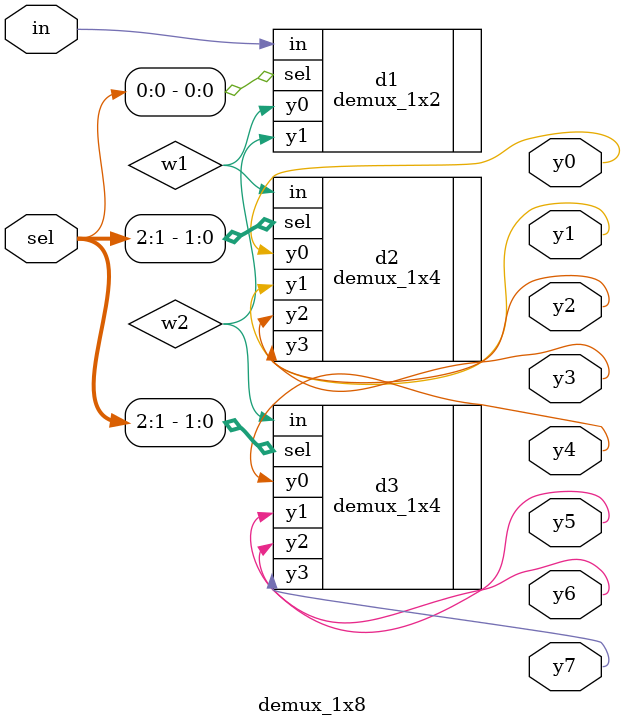
<source format=v>
`timescale 1ns / 1ps
`include "demux_1x2.v"
`include "demux_1x4.v"

module demux_1x8(
    input in,
    input [2:0] sel,
    output y0,
    output y1,
    output y2,
    output y3,
    output y4,
    output y5,
    output y6,
    output y7
    );
    wire w1,w2;
    demux_1x2 d1(.in(in),.sel(sel[0]),.y0(w1),.y1(w2));
    demux_1x4 d2(.in(w1),.sel(sel[2:1]),.y0(y0),.y1(y1),.y2(y2),.y3(y3));
    demux_1x4 d3(.in(w2),.sel(sel[2:1]),.y0(y4),.y1(y5),.y2(y6),.y3(y7));
endmodule

</source>
